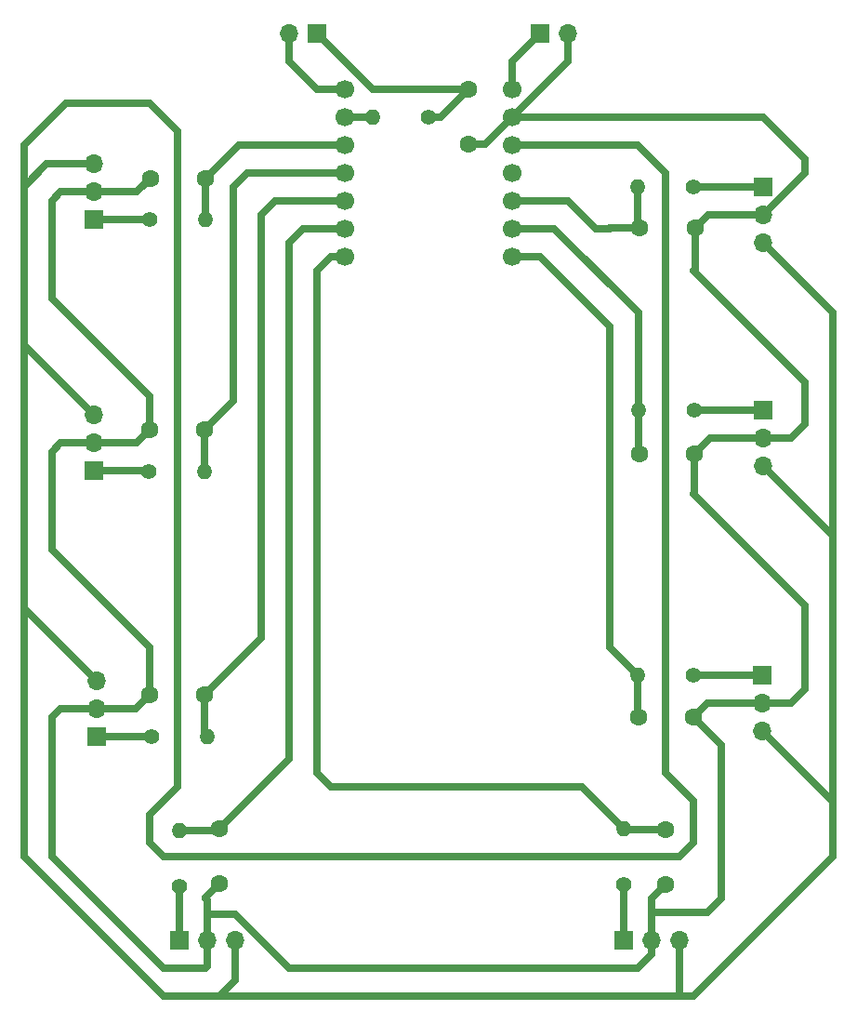
<source format=gbr>
G04 #@! TF.GenerationSoftware,KiCad,Pcbnew,(6.0.11)*
G04 #@! TF.CreationDate,2023-06-05T02:11:03+09:00*
G04 #@! TF.ProjectId,ballsensor_unity_board,62616c6c-7365-46e7-936f-725f756e6974,rev?*
G04 #@! TF.SameCoordinates,Original*
G04 #@! TF.FileFunction,Copper,L2,Bot*
G04 #@! TF.FilePolarity,Positive*
%FSLAX46Y46*%
G04 Gerber Fmt 4.6, Leading zero omitted, Abs format (unit mm)*
G04 Created by KiCad (PCBNEW (6.0.11)) date 2023-06-05 02:11:03*
%MOMM*%
%LPD*%
G01*
G04 APERTURE LIST*
G04 #@! TA.AperFunction,ComponentPad*
%ADD10C,1.600000*%
G04 #@! TD*
G04 #@! TA.AperFunction,ComponentPad*
%ADD11O,1.700000X1.700000*%
G04 #@! TD*
G04 #@! TA.AperFunction,ComponentPad*
%ADD12R,1.700000X1.700000*%
G04 #@! TD*
G04 #@! TA.AperFunction,ComponentPad*
%ADD13C,1.700000*%
G04 #@! TD*
G04 #@! TA.AperFunction,ComponentPad*
%ADD14O,1.400000X1.400000*%
G04 #@! TD*
G04 #@! TA.AperFunction,ComponentPad*
%ADD15C,1.400000*%
G04 #@! TD*
G04 #@! TA.AperFunction,Conductor*
%ADD16C,0.700000*%
G04 #@! TD*
G04 APERTURE END LIST*
D10*
X107950000Y-125690000D03*
X107950000Y-120690000D03*
X146090000Y-110490000D03*
X151090000Y-110490000D03*
D11*
X114300000Y-48260000D03*
D12*
X116840000Y-48260000D03*
X137160000Y-48260000D03*
D11*
X139700000Y-48260000D03*
X157480000Y-67310000D03*
X157480000Y-64770000D03*
D12*
X157480000Y-62230000D03*
D11*
X157480000Y-87630000D03*
X157480000Y-85090000D03*
D12*
X157480000Y-82550000D03*
D11*
X157420000Y-111760000D03*
X157420000Y-109220000D03*
D12*
X157420000Y-106680000D03*
D11*
X149860000Y-130810000D03*
X147320000Y-130810000D03*
D12*
X144780000Y-130810000D03*
X104300000Y-130810000D03*
D11*
X106840000Y-130810000D03*
X109380000Y-130810000D03*
X96745000Y-107190000D03*
X96745000Y-109730000D03*
D12*
X96745000Y-112270000D03*
D11*
X96545000Y-83045000D03*
X96545000Y-85585000D03*
D12*
X96545000Y-88125000D03*
D11*
X96520000Y-60185000D03*
X96520000Y-62725000D03*
D12*
X96520000Y-65265000D03*
D13*
X134620000Y-53340000D03*
X134620000Y-55880000D03*
X134620000Y-58420000D03*
X134620000Y-60960000D03*
X134620000Y-63500000D03*
X134620000Y-66040000D03*
X134620000Y-68580000D03*
X119380000Y-68580000D03*
X119380000Y-66040000D03*
X119380000Y-63500000D03*
X119380000Y-60960000D03*
X119380000Y-58420000D03*
X119380000Y-55880000D03*
X119380000Y-53340000D03*
D14*
X121920000Y-55880000D03*
D15*
X127000000Y-55880000D03*
X151130000Y-62230000D03*
D14*
X146050000Y-62230000D03*
D15*
X151190000Y-82550000D03*
D14*
X146110000Y-82550000D03*
X146050000Y-106680000D03*
D15*
X151130000Y-106680000D03*
D14*
X144780000Y-120650000D03*
D15*
X144780000Y-125730000D03*
X104300000Y-125945000D03*
D14*
X104300000Y-120865000D03*
X106825000Y-112270000D03*
D15*
X101745000Y-112270000D03*
X101505000Y-88140000D03*
D14*
X106585000Y-88140000D03*
X106680000Y-65240000D03*
D15*
X101600000Y-65240000D03*
D10*
X130595000Y-58340000D03*
X130595000Y-53340000D03*
X151250000Y-66020000D03*
X146250000Y-66020000D03*
X151190000Y-86575000D03*
X146190000Y-86575000D03*
X148590000Y-120730000D03*
X148590000Y-125730000D03*
X101625000Y-108460000D03*
X106625000Y-108460000D03*
X101625000Y-84330000D03*
X106625000Y-84330000D03*
X106640000Y-61470000D03*
X101640000Y-61470000D03*
D16*
X157480000Y-82550000D02*
X151190000Y-82550000D01*
X143510000Y-66040000D02*
X143530000Y-66020000D01*
X142240000Y-66040000D02*
X143510000Y-66040000D01*
X143530000Y-66020000D02*
X146250000Y-66020000D01*
X139700000Y-63500000D02*
X142240000Y-66040000D01*
X134620000Y-63500000D02*
X139700000Y-63500000D01*
X149860000Y-135890000D02*
X151130000Y-135890000D01*
X107950000Y-135890000D02*
X149860000Y-135890000D01*
X149860000Y-130810000D02*
X149860000Y-135890000D01*
X163830000Y-123190000D02*
X163830000Y-93980000D01*
X151130000Y-135890000D02*
X163830000Y-123190000D01*
X147320000Y-132080000D02*
X147320000Y-130810000D01*
X109380000Y-128430000D02*
X114300000Y-133350000D01*
X114300000Y-133350000D02*
X146050000Y-133350000D01*
X146050000Y-133350000D02*
X147320000Y-132080000D01*
X106840000Y-128430000D02*
X109380000Y-128430000D01*
X90170000Y-58420000D02*
X90170000Y-62230000D01*
X93980000Y-54610000D02*
X90170000Y-58420000D01*
X101600000Y-54610000D02*
X93980000Y-54610000D01*
X104140000Y-116840000D02*
X104140000Y-57150000D01*
X101600000Y-119380000D02*
X104140000Y-116840000D01*
X101600000Y-121920000D02*
X101600000Y-119380000D01*
X104140000Y-57150000D02*
X101600000Y-54610000D01*
X102870000Y-123190000D02*
X101600000Y-121920000D01*
X151130000Y-121920000D02*
X149860000Y-123190000D01*
X151130000Y-118110000D02*
X151130000Y-121920000D01*
X148590000Y-115570000D02*
X151130000Y-118110000D01*
X148590000Y-60960000D02*
X148590000Y-115570000D01*
X146050000Y-58420000D02*
X148590000Y-60960000D01*
X134620000Y-58420000D02*
X146050000Y-58420000D01*
X149860000Y-123190000D02*
X102870000Y-123190000D01*
X116840000Y-115570000D02*
X118110000Y-116840000D01*
X116840000Y-69850000D02*
X116840000Y-115570000D01*
X118110000Y-68580000D02*
X116840000Y-69850000D01*
X118110000Y-116840000D02*
X140970000Y-116840000D01*
X140970000Y-116840000D02*
X144780000Y-120650000D01*
X119380000Y-68580000D02*
X118110000Y-68580000D01*
X114300000Y-67310000D02*
X115570000Y-66040000D01*
X115570000Y-66040000D02*
X119380000Y-66040000D01*
X114300000Y-114340000D02*
X114300000Y-67310000D01*
X107950000Y-120690000D02*
X114300000Y-114340000D01*
X104300000Y-120865000D02*
X107775000Y-120865000D01*
X107775000Y-120865000D02*
X107950000Y-120690000D01*
X106840000Y-127160000D02*
X106840000Y-130810000D01*
X106680000Y-126960000D02*
X106680000Y-127000000D01*
X106680000Y-127000000D02*
X106840000Y-127160000D01*
X107950000Y-125690000D02*
X106680000Y-126960000D01*
X104300000Y-125945000D02*
X104300000Y-130810000D01*
X96545000Y-65240000D02*
X96520000Y-65265000D01*
X101600000Y-65240000D02*
X96545000Y-65240000D01*
X100385000Y-62725000D02*
X96520000Y-62725000D01*
X101640000Y-61470000D02*
X100385000Y-62725000D01*
X106680000Y-61510000D02*
X106640000Y-61470000D01*
X106680000Y-65240000D02*
X106680000Y-61510000D01*
X106640000Y-61470000D02*
X109690000Y-58420000D01*
X109690000Y-58420000D02*
X110490000Y-58420000D01*
X119380000Y-58420000D02*
X110490000Y-58420000D01*
X151090000Y-110490000D02*
X152360000Y-109220000D01*
X152360000Y-109220000D02*
X157420000Y-109220000D01*
X151130000Y-106680000D02*
X157420000Y-106680000D01*
X143510000Y-104140000D02*
X146050000Y-106680000D01*
X137160000Y-68580000D02*
X143510000Y-74930000D01*
X143510000Y-74930000D02*
X143510000Y-104140000D01*
X134620000Y-68580000D02*
X137160000Y-68580000D01*
X152400000Y-128270000D02*
X147320000Y-128270000D01*
X153670000Y-127000000D02*
X152400000Y-128270000D01*
X153670000Y-113030000D02*
X153670000Y-127000000D01*
X153630000Y-113030000D02*
X153670000Y-113030000D01*
X151090000Y-110490000D02*
X153630000Y-113030000D01*
X138430000Y-66040000D02*
X146110000Y-73720000D01*
X146110000Y-73720000D02*
X146110000Y-82550000D01*
X134620000Y-66040000D02*
X138430000Y-66040000D01*
X161290000Y-60960000D02*
X157480000Y-64770000D01*
X157480000Y-55880000D02*
X161290000Y-59690000D01*
X161290000Y-59690000D02*
X161290000Y-60960000D01*
X134620000Y-55880000D02*
X157480000Y-55880000D01*
X111760000Y-103325000D02*
X106625000Y-108460000D01*
X113030000Y-63500000D02*
X111760000Y-64770000D01*
X111760000Y-64770000D02*
X111760000Y-103325000D01*
X119380000Y-63500000D02*
X113030000Y-63500000D01*
X106625000Y-84330000D02*
X109220000Y-81735000D01*
X109220000Y-81735000D02*
X109220000Y-81280000D01*
X109220000Y-62230000D02*
X109220000Y-81280000D01*
X110490000Y-60960000D02*
X109220000Y-62230000D01*
X119380000Y-60960000D02*
X110490000Y-60960000D01*
X151250000Y-69730000D02*
X151250000Y-66020000D01*
X161290000Y-80010000D02*
X151130000Y-69850000D01*
X161290000Y-83820000D02*
X161290000Y-80010000D01*
X160020000Y-85090000D02*
X161290000Y-83820000D01*
X151130000Y-69850000D02*
X151250000Y-69730000D01*
X157480000Y-85090000D02*
X160020000Y-85090000D01*
X163830000Y-93980000D02*
X163830000Y-73660000D01*
X163830000Y-73660000D02*
X157480000Y-67310000D01*
X163770000Y-118110000D02*
X163830000Y-118110000D01*
X157420000Y-111760000D02*
X163770000Y-118110000D01*
X163830000Y-93980000D02*
X157480000Y-87630000D01*
X151130000Y-90170000D02*
X151190000Y-90110000D01*
X151190000Y-90110000D02*
X151190000Y-86575000D01*
X161290000Y-107950000D02*
X161290000Y-100330000D01*
X161290000Y-100330000D02*
X151130000Y-90170000D01*
X160020000Y-109220000D02*
X161290000Y-107950000D01*
X157420000Y-109220000D02*
X160020000Y-109220000D01*
X90170000Y-76670000D02*
X96545000Y-83045000D01*
X151190000Y-86575000D02*
X152675000Y-85090000D01*
X152675000Y-85090000D02*
X157480000Y-85090000D01*
X152500000Y-64770000D02*
X151250000Y-66020000D01*
X157480000Y-64770000D02*
X152500000Y-64770000D01*
X157480000Y-62230000D02*
X151130000Y-62230000D01*
X147320000Y-128270000D02*
X147320000Y-127000000D01*
X147320000Y-130810000D02*
X147320000Y-128270000D01*
X144780000Y-130810000D02*
X144780000Y-125730000D01*
X147320000Y-127000000D02*
X148590000Y-125730000D01*
X106840000Y-133190000D02*
X106840000Y-130810000D01*
X92710000Y-110490000D02*
X92710000Y-123190000D01*
X93470000Y-109730000D02*
X92710000Y-110490000D01*
X106680000Y-133350000D02*
X106840000Y-133190000D01*
X102870000Y-133350000D02*
X106680000Y-133350000D01*
X96745000Y-109730000D02*
X93470000Y-109730000D01*
X92710000Y-123190000D02*
X102870000Y-133350000D01*
X92710000Y-95250000D02*
X101625000Y-104165000D01*
X101625000Y-104165000D02*
X101625000Y-108460000D01*
X93485000Y-85585000D02*
X92710000Y-86360000D01*
X92710000Y-86360000D02*
X92710000Y-95250000D01*
X96545000Y-85585000D02*
X93485000Y-85585000D01*
X109380000Y-134460000D02*
X109380000Y-130810000D01*
X107950000Y-135890000D02*
X109380000Y-134460000D01*
X102870000Y-135890000D02*
X107950000Y-135890000D01*
X90170000Y-123190000D02*
X102870000Y-135890000D01*
X90170000Y-100615000D02*
X90170000Y-123190000D01*
X90170000Y-100615000D02*
X96745000Y-107190000D01*
X90170000Y-76670000D02*
X90170000Y-100615000D01*
X101625000Y-81305000D02*
X101625000Y-84330000D01*
X92710000Y-72390000D02*
X101625000Y-81305000D01*
X93485000Y-62725000D02*
X92710000Y-63500000D01*
X92710000Y-63500000D02*
X92710000Y-72390000D01*
X96520000Y-62725000D02*
X93485000Y-62725000D01*
X90170000Y-62230000D02*
X90170000Y-76670000D01*
X92215000Y-60185000D02*
X90170000Y-62230000D01*
X96520000Y-60185000D02*
X92215000Y-60185000D01*
X106625000Y-112070000D02*
X106825000Y-112270000D01*
X106625000Y-108460000D02*
X106625000Y-112070000D01*
X106585000Y-84370000D02*
X106625000Y-84330000D01*
X106585000Y-88140000D02*
X106585000Y-84370000D01*
X101490000Y-88125000D02*
X101505000Y-88140000D01*
X96545000Y-88125000D02*
X101490000Y-88125000D01*
X96545000Y-85585000D02*
X100370000Y-85585000D01*
X100370000Y-85585000D02*
X101625000Y-84330000D01*
X96745000Y-109730000D02*
X100355000Y-109730000D01*
X100355000Y-109730000D02*
X101625000Y-108460000D01*
X96745000Y-112270000D02*
X101745000Y-112270000D01*
X144740000Y-130770000D02*
X144780000Y-130810000D01*
X148590000Y-120730000D02*
X144820000Y-120730000D01*
X146050000Y-110450000D02*
X146090000Y-110490000D01*
X146050000Y-106680000D02*
X146050000Y-110450000D01*
X146110000Y-86495000D02*
X146190000Y-86575000D01*
X146110000Y-82550000D02*
X146110000Y-86495000D01*
X146050000Y-65820000D02*
X146250000Y-66020000D01*
X146050000Y-62230000D02*
X146050000Y-65820000D01*
X139700000Y-50800000D02*
X134620000Y-55880000D01*
X139700000Y-48260000D02*
X139700000Y-50800000D01*
X134620000Y-50800000D02*
X137160000Y-48260000D01*
X134620000Y-53340000D02*
X134620000Y-50800000D01*
X116840000Y-48260000D02*
X121920000Y-53340000D01*
X114300000Y-50800000D02*
X116840000Y-53340000D01*
X114300000Y-48260000D02*
X114300000Y-50800000D01*
X116840000Y-53340000D02*
X119380000Y-53340000D01*
X130595000Y-53340000D02*
X121920000Y-53340000D01*
X132160000Y-58340000D02*
X134620000Y-55880000D01*
X130595000Y-58340000D02*
X132160000Y-58340000D01*
X128055000Y-55880000D02*
X130595000Y-53340000D01*
X127000000Y-55880000D02*
X128055000Y-55880000D01*
X119380000Y-55880000D02*
X121920000Y-55880000D01*
M02*

</source>
